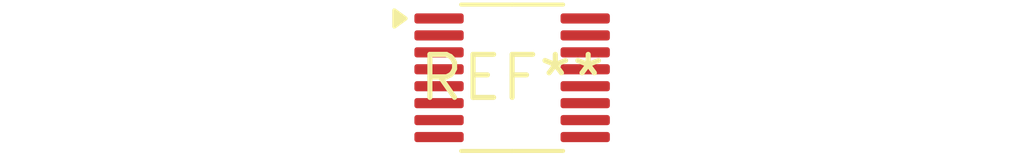
<source format=kicad_pcb>
(kicad_pcb (version 20240108) (generator pcbnew)
  (layers (0 "F.Cu" signal) (31 "B.Cu" signal) (34 "B.Paste" user) (35 "F.Paste" user) (36 "B.SilkS" user "B.Silkscreen") (37 "F.SilkS" user "F.Silkscreen") (38 "B.Mask" user) (39 "F.Mask" user) (44 "Edge.Cuts" user))
  (net 0 "")
  (footprint "MSOP-16_3x4.039mm_P0.5mm" (layer "F.Cu") (at 0 0)
    (property "Reference" "REF**")
    (property "Value" "MSOP-16_3x4.039mm_P0.5mm")
    (fp_line (start 0 -2.16) (end -1.5 -2.16) (layer "F.SilkS") (stroke (width 0.12)))
    (fp_line (start 0 -2.16) (end 1.5 -2.16) (layer "F.SilkS") (stroke (width 0.12)))
    (fp_line (start 0 2.16) (end -1.5 2.16) (layer "F.SilkS") (stroke (width 0.12)))
    (fp_line (start 0 2.16) (end 1.5 2.16) (layer "F.SilkS") (stroke (width 0.12)))
    (fp_poly (pts (xy -3.135 -1.75) (xy -3.465 -1.99) (xy -3.465 -1.51) (xy -3.135 -1.75)) (layer "F.SilkS") (stroke (width 0.12)) (fill solid))
    (pad "1" smd roundrect (at -2.15 -1.75) (size 1.45 0.3) (layers "F.Cu" "F.Paste" "F.Mask"))
    (pad "2" smd roundrect (at -2.15 -1.25) (size 1.45 0.3) (layers "F.Cu" "F.Paste" "F.Mask"))
    (pad "3" smd roundrect (at -2.15 -0.75) (size 1.45 0.3) (layers "F.Cu" "F.Paste" "F.Mask"))
    (pad "4" smd roundrect (at -2.15 -0.25) (size 1.45 0.3) (layers "F.Cu" "F.Paste" "F.Mask"))
    (pad "5" smd roundrect (at -2.15 0.25) (size 1.45 0.3) (layers "F.Cu" "F.Paste" "F.Mask"))
    (pad "6" smd roundrect (at -2.15 0.75) (size 1.45 0.3) (layers "F.Cu" "F.Paste" "F.Mask"))
    (pad "7" smd roundrect (at -2.15 1.25) (size 1.45 0.3) (layers "F.Cu" "F.Paste" "F.Mask"))
    (pad "8" smd roundrect (at -2.15 1.75) (size 1.45 0.3) (layers "F.Cu" "F.Paste" "F.Mask"))
    (pad "9" smd roundrect (at 2.15 1.75) (size 1.45 0.3) (layers "F.Cu" "F.Paste" "F.Mask"))
    (pad "10" smd roundrect (at 2.15 1.25) (size 1.45 0.3) (layers "F.Cu" "F.Paste" "F.Mask"))
    (pad "11" smd roundrect (at 2.15 0.75) (size 1.45 0.3) (layers "F.Cu" "F.Paste" "F.Mask"))
    (pad "12" smd roundrect (at 2.15 0.25) (size 1.45 0.3) (layers "F.Cu" "F.Paste" "F.Mask"))
    (pad "13" smd roundrect (at 2.15 -0.25) (size 1.45 0.3) (layers "F.Cu" "F.Paste" "F.Mask"))
    (pad "14" smd roundrect (at 2.15 -0.75) (size 1.45 0.3) (layers "F.Cu" "F.Paste" "F.Mask"))
    (pad "15" smd roundrect (at 2.15 -1.25) (size 1.45 0.3) (layers "F.Cu" "F.Paste" "F.Mask"))
    (pad "16" smd roundrect (at 2.15 -1.75) (size 1.45 0.3) (layers "F.Cu" "F.Paste" "F.Mask"))
  )
)
</source>
